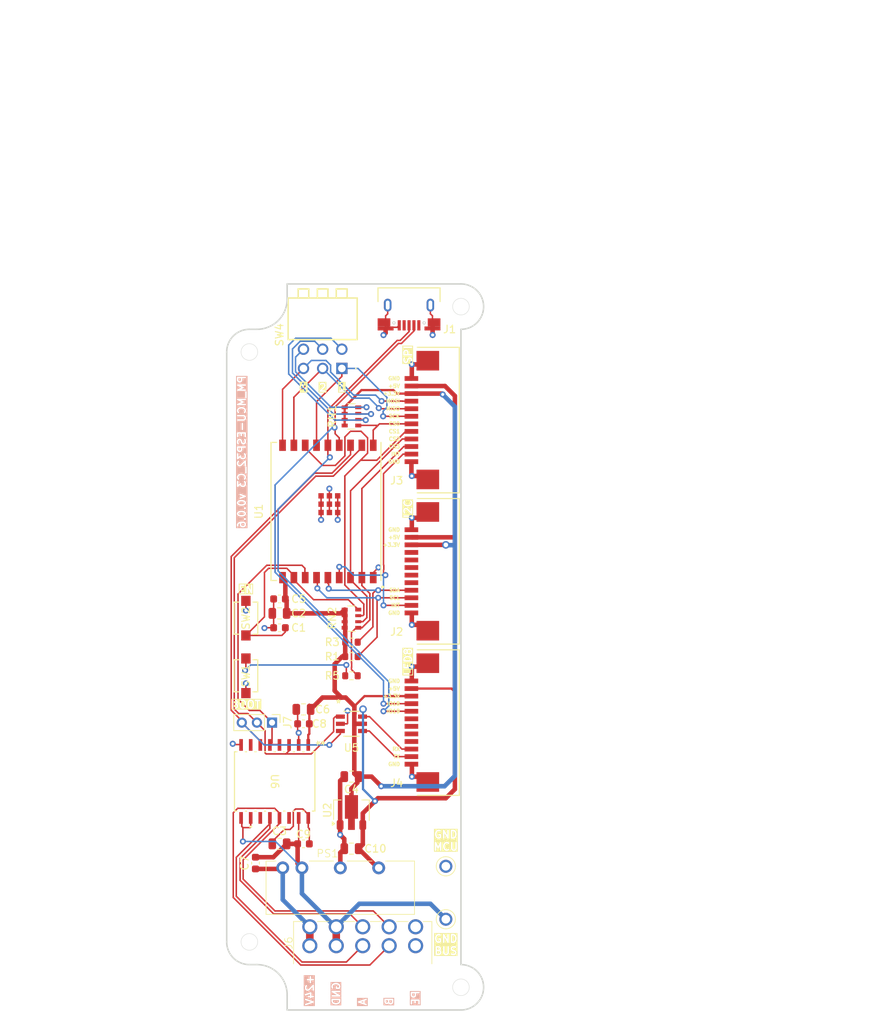
<source format=kicad_pcb>
(kicad_pcb (version 20241229) (generator "pcbnew") (generator_version "9.0")
  (title_block (title "${article} v${version}"))
  (layers (0 "F.Cu" signal) (2 "B.Cu" signal) (13 "F.Paste" user) (15 "B.Paste" user) (5 "F.SilkS" user "F.Silkscreen") (7 "B.SilkS" user "B.Silkscreen") (1 "F.Mask" user) (3 "B.Mask" user) (25 "Edge.Cuts" user))
  (property "article" "PM_MCU-ESP32_C3")
  (property "version" "0.0.6")
  (net 0 "")
  (net 1 "/EN")
  (net 3 "/SCL")
  (net 4 "/SDA")
  (net 5 "/USB_D+")
  (net 6 "/USB_D-")
  (net 7 "GND_MCU")
  (net 8 "+3.3V_MCU")
  (net 9 "/SCK")
  (net 10 "/CS0")
  (net 11 "/MOSI")
  (net 12 "/MISO")
  (net 13 "/CS1")
  (net 16 "/UART_RX")
  (net 17 "/UART_TX")
  (net 18 "/B")
  (net 19 "/A")
  (net 20 "/INT")
  (net 21 "/CS2")
  (net 22 "/CS3")
  (net 23 "GND_BUS")
  (net 25 "/UART_RTS")
  (net 30 "+3.3V_BUS")
  (net 31 "+24V_BUS")
  (net 32 "PE")
  (net 33 "Net-(RN1A-R1.2)")
  (net 34 "Net-(R5-Pad1)")
  (net 36 "+5V_MCU")
  (net 38 "Net-(J4-Pin_3)")
  (net 39 "Net-(J4-Pin_2)")
  (net 44 "Net-(RN1C-R3.2)")
  (net 45 "Net-(RN1B-R2.2)")
  (footprint "kicad_inventree_lib:CONN10_AFA07-S12_JUS" (layer "F.Cu") (at 74 70 90)
    (property "Reference" "J3")
    (property "Value" "AFA07-S12FCC-00")
  )
  (footprint "kicad_inventree_lib:CONN10_AFA07-S12_JUS" (layer "F.Cu") (at 74 90 90)
    (property "Reference" "J2")
    (property "Value" "AFA07-S12FCC-00")
  )
  (footprint "kicad_inventree_lib:SW_TS-1088_XNP-M" (layer "F.Cu") (at 48.54 96.19 -90)
    (property "Reference" "SW2")
    (property "Value" "Button")
  )
  (footprint "kicad_inventree_lib:ESP32-C3-WROOM-02U_EXP" (layer "F.Cu") (at 59.14 82.08 90)
    (property "Reference" "U1")
    (property "Value" "ESP32-C3-WROOM-02U-N4")
  )
  (footprint "Capacitor_SMD:C_0603_1608Metric" (layer "F.Cu") (at 56.16 110.16 180)
    (property "Reference" "C8")
    (property "Value" "100nF")
  )
  (footprint "Capacitor_SMD:C_0603_1608Metric" (layer "F.Cu") (at 52.985 97.46 180)
    (property "Reference" "C1")
    (property "Value" "1uF")
  )
  (footprint "kicad_inventree_lib:DA03BLP" (layer "F.Cu") (at 61.24 63.17 180)
    (property "Reference" "SW4")
    (property "Value" "DIP 3 pos" (hide yes))
  )
  (footprint "Package_TO_SOT_SMD:SOT-89-3" (layer "F.Cu") (at 62.51 121.59 90)
    (property "Reference" "U2")
    (property "Value" "CJA1117B-3.3")
  )
  (footprint "kicad_inventree_lib:CONN5_H83-S1S_XKB" (layer "F.Cu") (at 71.43 57.6518 180)
    (property "Reference" "J1")
    (property "Value" "U254-051T-4BH83-S1S")
    (fp_circle (center 3.299972 0.504008) (end 3.469972 0.504008) (stroke (width 0.1)) (fill no) (layer "Edge.Cuts"))
    (fp_circle (center -0.700028 0.504008) (end -0.530028 0.504008) (stroke (width 0.1)) (fill no) (layer "Edge.Cuts"))
  )
  (footprint "Capacitor_SMD:C_0603_1608Metric" (layer "F.Cu") (at 52.985 93.65 180)
    (property "Reference" "C5")
    (property "Value" "1uF")
  )
  (footprint "Resistor_SMD:R_Array_Convex_4x0603" (layer "F.Cu") (at 62.51 96.26)
    (property "Reference" "RN2")
    (property "Value" "10k")
  )
  (footprint "Capacitor_SMD:C_0805_2012Metric" (layer "F.Cu") (at 62.51 126.67 180)
    (property "Reference" "C10")
    (property "Value" "10uF")
  )
  (footprint "kicad_inventree_lib:SOIC16-WBW_CLG" (layer "F.Cu") (at 52.35 117.78 -90)
    (property "Reference" "U6")
    (property "Value" "CA-IS3098W")
  )
  (footprint "kicad_inventree_lib:CONN10_AFA07-S12_JUS" (layer "F.Cu") (at 74 110 90)
    (property "Reference" "J4")
    (property "Value" "AFA07-S12FCC-00")
  )
  (footprint "kicad_inventree_lib:MountingHole_M2" (layer "F.Cu") (at 49 139)
    (property "Reference" "H2" (hide yes))
    (property "Value" "MountingHole_M2")
    (fp_circle (center 0 0) (end 1.1 0) (stroke (width 0.05)) (fill no) (layer "Edge.Cuts"))
  )
  (footprint "kicad_inventree_lib:15EDGRHC-THR-3.5-10P" (layer "F.Cu") (at 64 137)
    (property "Reference" "J6")
    (property "Value" "15EDGRHC-THR-3.5-10P")
  )
  (footprint "Resistor_SMD:R_0603_1608Metric" (layer "F.Cu") (at 62.51 99.365)
    (property "Reference" "R3")
    (property "Value" "3k3")
  )
  (footprint "Capacitor_SMD:C_0805_2012Metric" (layer "F.Cu") (at 52.985 126.035)
    (property "Reference" "C3")
    (property "Value" "10uF")
  )
  (footprint "kicad_inventree_lib:DBV6-M" (layer "F.Cu") (at 62.51 110.16)
    (property "Reference" "U5")
    (property "Value" "SN74LVC2G14DBVR")
  )
  (footprint "Capacitor_SMD:C_0603_1608Metric" (layer "F.Cu") (at 56.16 126.035 180)
    (property "Reference" "C9")
    (property "Value" "100nF")
  )
  (footprint "Capacitor_SMD:C_0805_2012Metric" (layer "F.Cu") (at 56.16 108.255 180)
    (property "Reference" "C6")
    (property "Value" "10uF")
  )
  (footprint "kicad_inventree_lib:MountingHole_M2" (layer "F.Cu") (at 77 145)
    (property "Reference" "H4" (hide yes))
    (property "Value" "MountingHole_M2")
    (fp_circle (center 0 0) (end 1.1 0) (stroke (width 0.05)) (fill no) (layer "Edge.Cuts"))
  )
  (footprint "kicad_inventree_lib:5117" (layer "F.Cu") (at 75 136)
    (property "Reference" "U4" (hide yes))
    (property "Value" "5117" (hide yes))
  )
  (footprint "Resistor_SMD:R_0603_1608Metric" (layer "F.Cu") (at 62.51 101.27)
    (property "Reference" "R1")
    (property "Value" "3k3")
  )
  (footprint "Capacitor_SMD:C_0805_2012Metric" (layer "F.Cu") (at 62.51 117.145 180)
    (property "Reference" "C4")
    (property "Value" "22uF")
  )
  (footprint "Capacitor_SMD:C_0805_2012Metric" (layer "F.Cu") (at 52.985 95.555 180)
    (property "Reference" "C2")
    (property "Value" "10uF")
  )
  (footprint "kicad_inventree_lib:SW_TS-1088_XNP-M" (layer "F.Cu") (at 48.54 103.81 90)
    (property "Reference" "SW1")
    (property "Value" "Button")
  )
  (footprint "kicad_inventree_lib:B2405LS-1WR3" (layer "F.Cu") (at 61.0368 129.21)
    (property "Reference" "PS1")
    (property "Value" "24V/5V")
  )
  (footprint "Resistor_SMD:R_0603_1608Metric" (layer "F.Cu") (at 62.51 103.81)
    (property "Reference" "R5")
    (property "Value" "330R")
  )
  (footprint "kicad_inventree_lib:MountingHole_M2" (layer "F.Cu") (at 77 55)
    (property "Reference" "H3" (hide yes))
    (property "Value" "MountingHole_M2")
    (fp_circle (center 0 0) (end 1.1 0) (stroke (width 0.05)) (fill no) (layer "Edge.Cuts"))
  )
  (footprint "Resistor_SMD:R_Array_Convex_4x0603" (layer "F.Cu") (at 62.51 69.52)
    (property "Reference" "RN1")
    (property "Value" "10k")
  )
  (footprint "Connector_PinHeader_2.00mm:PinHeader_1x03_P2.00mm_Vertical" (layer "F.Cu") (at 52 110 -90)
    (property "Reference" "J7")
    (property "Value" "PinHeader_01x03_P2.00_THT_straight")
  )
  (footprint "kicad_inventree_lib:MountingHole_M2" (layer "F.Cu") (at 49 61)
    (property "Reference" "H1" (hide yes))
    (property "Value" "MountingHole_M2")
    (fp_circle (center 0 0) (end 1.1 0) (stroke (width 0.05)) (fill no) (layer "Edge.Cuts"))
  )
  (footprint "Capacitor_SMD:C_0603_1608Metric" (layer "F.Cu") (at 49.81 128.575 90)
    (property "Reference" "C7")
    (property "Value" "1uF")
  )
  (footprint "kicad_inventree_lib:5117" (layer "F.Cu") (at 75 129)
    (property "Reference" "U3" (hide yes))
    (property "Value" "5117" (hide yes))
  )
  (gr_arc (start 49 142) (mid 46.87868 141.12132) (end 46 139) (stroke (width 0.2)) (layer "Edge.Cuts"))
  (gr_arc (start 54 54) (mid 52.828427 56.828427) (end 50 58) (stroke (width 0.2)) (layer "Edge.Cuts"))
  (gr_line (start 54 148) (end 54 146) (stroke (width 0.2)) (layer "Edge.Cuts"))
  (gr_line (start 50 58) (end 49 58) (stroke (width 0.2)) (layer "Edge.Cuts"))
  (gr_line (start 50 142) (end 49 142) (stroke (width 0.2)) (layer "Edge.Cuts"))
  (gr_arc (start 46 61) (mid 46.87868 58.87868) (end 49 58) (stroke (width 0.2)) (layer "Edge.Cuts"))
  (gr_arc (start 50 142) (mid 52.828427 143.171573) (end 54 146) (stroke (width 0.2)) (layer "Edge.Cuts"))
  (gr_line (start 54 52) (end 54 54) (stroke (width 0.2)) (layer "Edge.Cuts"))
  (gr_line (start 77 142) (end 77 58) (stroke (width 0.2)) (layer "Edge.Cuts"))
  (gr_arc (start 77 142) (mid 80 145) (end 77 148) (stroke (width 0.2)) (layer "Edge.Cuts"))
  (gr_line (start 46 61) (end 46 139) (stroke (width 0.2)) (layer "Edge.Cuts"))
  (gr_line (start 77 52) (end 54 52) (stroke (width 0.2)) (layer "Edge.Cuts"))
  (gr_line (start 77 148) (end 54 148) (stroke (width 0.2)) (layer "Edge.Cuts"))
  (gr_arc (start 77 52) (mid 80 55) (end 77 58) (stroke (width 0.2)) (layer "Edge.Cuts"))
  (gr_text "CS3" (at 69 73.5 0) (layer "F.SilkS") (effects (font (size 0.5 0.5) (thickness 0.125) (bold yes)) (justify right)))
  (gr_text "SCK" (at 69 69.5 0) (layer "F.SilkS") (effects (font (size 0.5 0.5) (thickness 0.125) (bold yes)) (justify right)))
  (gr_text "INT" (at 69 94.5 0) (layer "F.SilkS") (effects (font (size 0.5 0.5) (thickness 0.125) (bold yes)) (justify right)))
  (gr_text "GND" (at 69 104.5 0) (layer "F.SilkS") (effects (font (size 0.5 0.5) (thickness 0.125) (bold yes)) (justify right)))
  (gr_text "IO19" (at 69 108.5 0) (layer "F.SilkS") (effects (font (size 0.5 0.5) (thickness 0.125) (bold yes)) (justify right)))
  (gr_text "+3.3V" (at 69 106.5 0) (layer "F.SilkS") (effects (font (size 0.5 0.5) (thickness 0.125) (bold yes)) (justify right)))
  (gr_text "LED8" (at 70 100 90) (layer "F.SilkS" knockout) (effects (font (size 1 1) (thickness 0.2) (bold yes)) (justify right)))
  (gr_text "EN" (at 48.54 92.38 0) (layer "F.SilkS" knockout) (effects (font (size 1 1) (thickness 0.2) (bold yes))))
  (gr_text "TX" (at 69 114.5 0) (layer "F.SilkS") (effects (font (size 0.5 0.5) (thickness 0.125) (bold yes)) (justify right)))
  (gr_text "I2C" (at 70 80.376699 90) (layer "F.SilkS" knockout) (effects (font (size 1 1) (thickness 0.2) (bold yes)) (justify right)))
  (gr_text "BOOT" (at 48.54 107.62 0) (layer "F.SilkS" knockout) (effects (font (size 1 1) (thickness 0.2) (bold yes))))
  (gr_text "GND" (at 69 64.5 0) (layer "F.SilkS") (effects (font (size 0.5 0.5) (thickness 0.125) (bold yes)) (justify right)))
  (gr_text "+3.3V" (at 69 86.5 0) (layer "F.SilkS") (effects (font (size 0.5 0.5) (thickness 0.125) (bold yes)) (justify right)))
  (gr_text "CS2" (at 69 72.5 0) (layer "F.SilkS") (effects (font (size 0.5 0.5) (thickness 0.125) (bold yes)) (justify right)))
  (gr_text "GND" (at 69 84.5 0) (layer "F.SilkS") (effects (font (size 0.5 0.5) (thickness 0.125) (bold yes)) (justify right)))
  (gr_text "GND\nMCU" (at 75 127 0) (layer "F.SilkS" knockout) (effects (font (size 1 1) (thickness 0.2)) (justify bottom)))
  (gr_text "4" (at 56.16 65.71 0) (layer "F.SilkS" knockout) (effects (font (size 1 1) (thickness 0.2) (bold yes))))
  (gr_text "GND" (at 69 95.5 0) (layer "F.SilkS") (effects (font (size 0.5 0.5) (thickness 0.125) (bold yes)) (justify right)))
  (gr_text "SDA" (at 69 92.5 0) (layer "F.SilkS") (effects (font (size 0.5 0.5) (thickness 0.125) (bold yes)) (justify right)))
  (gr_text "+5V" (at 69 85.5 0) (layer "F.SilkS") (effects (font (size 0.5 0.5) (thickness 0.125) (bold yes)) (justify right)))
  (gr_text "+3.3V" (at 69 66.5 0) (layer "F.SilkS") (effects (font (size 0.5 0.5) (thickness 0.125) (bold yes)) (justify right)))
  (gr_text "2" (at 58.7 65.71 0) (layer "F.SilkS" knockout) (effects (font (size 1 1) (thickness 0.2) (bold yes))))
  (gr_text "SPI" (at 70 60 90) (layer "F.SilkS" knockout) (effects (font (size 1 1) (thickness 0.2) (bold yes)) (justify right)))
  (gr_text "MISO" (at 69 68.5 0) (layer "F.SilkS") (effects (font (size 0.5 0.5) (thickness 0.125) (bold yes)) (justify right)))
  (gr_text "GND\nBUS" (at 75 138 0) (layer "F.SilkS" knockout) (effects (font (size 1 1) (thickness 0.2)) (justify top)))
  (gr_text "MOSI" (at 69 67.5 0) (layer "F.SilkS") (effects (font (size 0.5 0.5) (thickness 0.125) (bold yes)) (justify right)))
  (gr_text "IO18" (at 69 107.5 0) (layer "F.SilkS") (effects (font (size 0.5 0.5) (thickness 0.125) (bold yes)) (justify right)))
  (gr_text "SCL" (at 69 93.5 0) (layer "F.SilkS") (effects (font (size 0.5 0.5) (thickness 0.125) (bold yes)) (justify right)))
  (gr_text "INT" (at 69 74.5 0) (layer "F.SilkS") (effects (font (size 0.5 0.5) (thickness 0.125) (bold yes)) (justify right)))
  (gr_text "+5V" (at 69 105.5 0) (layer "F.SilkS") (effects (font (size 0.5 0.5) (thickness 0.125) (bold yes)) (justify right)))
  (gr_text "CS0" (at 69 70.5 0) (layer "F.SilkS") (effects (font (size 0.5 0.5) (thickness 0.125) (bold yes)) (justify right)))
  (gr_text "GND" (at 69 115.5 0) (layer "F.SilkS") (effects (font (size 0.5 0.5) (thickness 0.125) (bold yes)) (justify right)))
  (gr_text "CS1" (at 69 71.5 0) (layer "F.SilkS") (effects (font (size 0.5 0.5) (thickness 0.125) (bold yes)) (justify right)))
  (gr_text "+5V" (at 69 65.5 0) (layer "F.SilkS") (effects (font (size 0.5 0.5) (thickness 0.125) (bold yes)) (justify right)))
  (gr_text "GND" (at 69 75.5 0) (layer "F.SilkS") (effects (font (size 0.5 0.5) (thickness 0.125) (bold yes)) (justify right)))
  (gr_text "RX" (at 69 113.5 0) (layer "F.SilkS") (effects (font (size 0.5 0.5) (thickness 0.125) (bold yes)) (justify right)))
  (gr_text "1" (at 61.24 65.71 0) (layer "F.SilkS" knockout) (effects (font (size 1 1) (thickness 0.2) (bold yes))))
  (gr_text "B" (at 67.5 147.5 90) (layer "B.SilkS" knockout) (effects (font (size 1 1) (thickness 0.2) (bold yes)) (justify right mirror)))
  (gr_text "PE" (at 71 147.5 90) (layer "B.SilkS" knockout) (effects (font (size 1 1) (thickness 0.2) (bold yes)) (justify right mirror)))
  (gr_text "${article} v${version}" (at 48 64 90) (layer "B.SilkS" knockout) (effects (font (size 1 1) (thickness 0.2) (bold yes)) (justify left mirror)))
  (gr_text "GND" (at 60.5 147.5 90) (layer "B.SilkS" knockout) (effects (font (size 1 1) (thickness 0.2) (bold yes)) (justify right mirror)))
  (gr_text "+24V" (at 57 147.5 90) (layer "B.SilkS" knockout) (effects (font (size 1 1) (thickness 0.2) (bold yes)) (justify right mirror)))
  (gr_text "A" (at 64 147.5 90) (layer "B.SilkS" knockout) (effects (font (size 1 1) (thickness 0.2) (bold yes)) (justify right mirror)))
  (segment (start 53.76 98.0119) (end 53.2959 98.476) (width 0.2) (layer "F.Cu") (net 1))
  (segment (start 56.25 92.5) (end 56.25 92.494799) (width 0.2) (layer "F.Cu") (net 1))
  (segment (start 53.953802 89.6) (end 54.890001 90.536199) (width 0.2) (layer "F.Cu") (net 1))
  (segment (start 48.54 98.476) (end 51 96.016) (width 0.2) (layer "F.Cu") (net 1))
  (segment (start 63.41 95.06) (end 62.1 93.75) (width 0.2) (layer "F.Cu") (net 1))
  (segment (start 51.55 89.6) (end 53.953802 89.6) (width 0.2) (layer "F.Cu") (net 1))
  (segment (start 54.890001 90.536199) (end 54.890001 90.83) (width 0.2) (layer "F.Cu") (net 1))
  (segment (start 54.890001 91.1348) (end 54.890001 90.83) (width 0.2) (layer "F.Cu") (net 1))
  (segment (start 53.76 97.46) (end 53.76 98.0119) (width 0.2) (layer "F.Cu") (net 1))
  (segment (start 62.1 93.75) (end 57.5 93.75) (width 0.2) (layer "F.Cu") (net 1))
  (segment (start 51 96.016) (end 51 90.15) (width 0.2) (layer "F.Cu") (net 1))
  (segment (start 56.25 92.494799) (end 54.890001 91.1348) (width 0.2) (layer "F.Cu") (net 1))
  (segment (start 57.5 93.75) (end 56.25 92.5) (width 0.2) (layer "F.Cu") (net 1))
  (segment (start 51 90.15) (end 51.55 89.6) (width 0.2) (layer "F.Cu") (net 1))
  (segment (start 53.2959 98.476) (end 48.54 98.476) (width 0.2) (layer "F.Cu") (net 1))
  (segment (start 71.2632 93.5) (end 70.444 93.5) (width 0.2) (layer "F.Cu") (net 3))
  (segment (start 65.9 93.6) (end 65.9 98.705) (width 0.2) (layer "F.Cu") (net 3))
  (segment (start 68.240604 93.499996) (end 70.444 93.499996) (width 0.2) (layer "F.Cu") (net 3))
  (segment (start 68.2406 93.5) (end 68.240604 93.499996) (width 0.2) (layer "F.Cu") (net 3))
  (segment (start 66 93.5) (end 65.9 93.6) (width 0.2) (layer "F.Cu") (net 3))
  (segment (start 66.05 93.5) (end 68.2406 93.5) (width 0.2) (layer "F.Cu") (net 3))
  (segment (start 58 92.25) (end 58 90.94) (width 0.2) (layer "F.Cu") (net 3))
  (segment (start 66.05 93.5) (end 66 93.5) (width 0.2) (layer "F.Cu") (net 3))
  (segment (start 58 90.94) (end 57.89 90.83) (width 0.2) (layer "F.Cu") (net 3))
  (segment (start 65.9 98.705) (end 63.335 101.27) (width 0.2) (layer "F.Cu") (net 3))
  (via (at 58 92.25) (size 0.8) (drill 0.4) (layers "F.Cu" "B.Cu") (net 3))
  (via (at 66.05 93.5) (size 0.8) (drill 0.4) (layers "F.Cu" "B.Cu") (net 3))
  (segment (start 59.25 93.5) (end 58 92.25) (width 0.2) (layer "B.Cu") (net 3))
  (segment (start 66.05 93.5) (end 59.25 93.5) (width 0.2) (layer "B.Cu") (net 3))
  (segment (start 66.05 92.499998) (end 70.444 92.499998) (width 0.2) (layer "F.Cu") (net 4))
  (segment (start 65.349 92.901) (end 65.349 97.351) (width 0.2) (layer "F.Cu") (net 4))
  (segment (start 59.39 91.59) (end 59.39 90.83) (width 0.2) (layer "F.Cu") (net 4))
  (segment (start 59.5 91.7) (end 59.39 91.59) (width 0.2) (layer "F.Cu") (net 4))
  (segment (start 65.349 97.351) (end 63.335 99.365) (width 0.2) (layer "F.Cu") (net 4))
  (segment (start 65.750002 92.499998) (end 65.349 92.901) (width 0.2) (layer "F.Cu") (net 4))
  (segment (start 59.5 92.291) (end 59.5 91.7) (width 0.2) (layer "F.Cu") (net 4))
  (segment (start 66.05 92.499998) (end 65.750002 92.499998) (width 0.2) (layer "F.Cu") (net 4))
  (via (at 59.5 92.291) (size 0.8) (drill 0.4) (layers "F.Cu" "B.Cu") (net 4))
  (via (at 66.05 92.499998) (size 0.8) (drill 0.4) (layers "F.Cu" "B.Cu") (net 4))
  (segment (start 59.708998 92.499998) (end 59.5 92.291) (width 0.2) (layer "B.Cu") (net 4))
  (segment (start 66.05 92.499998) (end 59.708998 92.499998) (width 0.2) (layer "B.Cu") (net 4))
  (segment (start 68.96315 59.468) (end 68.567314 59.468) (width 0.2) (layer "F.Cu") (net 5))
  (segment (start 70.130028 57.472908) (end 70.130028 58.301122) (width 0.2) (layer "F.Cu") (net 5))
  (segment (start 68.567314 59.468) (end 59.39 68.645314) (width 0.2) (layer "F.Cu") (net 5))
  (segment (start 59.39 68.645314) (end 59.39 73.33) (width 0.2) (layer "F.Cu") (net 5))
  (segment (start 66.75 108.500005) (end 70.443995 108.500005) (width 0.2) (layer "F.Cu") (net 5))
  (segment (start 70.130028 58.301122) (end 68.96315 59.468) (width 0.2) (layer "F.Cu") (net 5))
  (segment (start 59.39 74.6646) (end 59.6517 74.9263) (width 0.2) (layer "F.Cu") (net 5))
  (segment (start 59.39 73.33) (end 59.39 74.6646) (width 0.2) (layer "F.Cu") (net 5))
  (segment (start 70.443995 108.500005) (end 70.444 108.5) (width 0.2) (layer "F.Cu") (net 5))
  (via (at 66.75 108.500005) (size 0.8) (drill 0.4) (layers "F.Cu" "B.Cu") (net 5))
  (via (at 59.6517 74.9263) (size 0.8) (drill 0.4) (layers "F.Cu" "B.Cu") (net 5))
  (segment (start 52.8031 89.953811) (end 52.8031 81.7749) (width 0.2) (layer "B.Cu") (net 5))
  (segment (start 67.45 104.600711) (end 52.8031 89.953811) (width 0.2) (layer "B.Cu") (net 5))
  (segment (start 52.8031 81.7749) (end 59.6517 74.9263) (width 0.2) (layer "B.Cu") (net 5))
  (segment (start 67.45 107.789952) (end 67.45 104.600711) (width 0.2) (layer "B.Cu") (net 5))
  (segment (start 66.75 108.500005) (end 66.75 108.489952) (width 0.2) (layer "B.Cu") (net 5))
  (segment (start 66.75 108.489952) (end 67.45 107.789952) (width 0.2) (layer "B.Cu") (net 5))
  (segment (start 60.351 71.806) (end 60.89 72.345) (width 0.2) (layer "F.Cu") (net 6))
  (segment (start 70.780014 58.216822) (end 69.128836 59.868) (width 0.2) (layer "F.Cu") (net 6))
  (segment (start 69.128836 59.868) (end 68.733 59.868) (width 0.2) (layer "F.Cu") (net 6))
  (segment (start 68.733 59.868) (end 60.351 68.25) (width 0.2) (layer "F.Cu") (net 6))
  (segment (start 66.75 107.500002) (end 70.444 107.500002) (width 0.2) (layer "F.Cu") (net 6))
  (segment (start 70.780014 57.472908) (end 70.780014 58.216822) (width 0.2) (layer "F.Cu") (net 6))
  (segment (start 60.351 68.25) (end 60.351 71.806) (width 0.2) (layer "F.Cu") (net 6))
  (segment (start 60.272725 71.059125) (end 60.351 71.1374) (width 0.2) (layer "F.Cu") (net 6))
  (segment (start 60.272725 70.995275) (end 60.272725 71.059125) (width 0.2) (layer "F.Cu") (net 6))
  (segment (start 60.89 72.345) (end 60.89 73.33) (width 0.2) (layer "F.Cu") (net 6))
  (via (at 60.272725 70.995275) (size 0.8) (drill 0.4) (layers "F.Cu" "B.Cu") (net 6))
  (via (at 66.75 107.500002) (size 0.8) (drill 0.4) (layers "F.Cu" "B.Cu") (net 6))
  (segment (start 59.987925 70.995275) (end 60.272725 70.995275) (width 0.2) (layer "B.Cu") (net 6))
  (segment (start 66.75 104.466397) (end 52.507098 90.223495) (width 0.2) (layer "B.Cu") (net 6))
  (segment (start 52.4031 78.5801) (end 59.987925 70.995275) (width 0.2) (layer "B.Cu") (net 6))
  (segment (start 66.75 107.500002) (end 66.75 104.466397) (width 0.2) (layer "B.Cu") (net 6))
  (segment (start 52.507098 90.223495) (end 52.4031 90.1195) (width 0.2) (layer "B.Cu") (net 6))
  (segment (start 52.4031 90.1195) (end 52.4031 78.5801) (width 0.2) (layer "B.Cu") (net 6))
  (segment (start 59.59 81.12) (end 59.59 80.02) (width 0.2) (layer "F.Cu") (net 7))
  (segment (start 61.01 124.83) (end 61.01 123.54) (width 0.6) (layer "F.Cu") (net 7))
  (segment (start 70.5003 95.556292) (end 70.444 95.499992) (width 0.6) (layer "F.Cu") (net 7))
  (segment (start 71.836698 97.0727) (end 72.614001 97.850003) (width 0.6) (layer "F.Cu") (net 7))
  (segment (start 70.444 75.499992) (end 70.444 77.3422) (width 0.6) (layer "F.Cu") (net 7))
  (segment (start 52.21 97.46) (end 51.04 97.46) (width 0.2) (layer "F.Cu") (net 7))
  (segment (start 46.9032 112.9032) (end 47.905 112.9032) (width 0.2) (layer "F.Cu") (net 7))
  (segment (start 55.385 109.525) (end 55.385 107.62) (width 0.2) (layer "F.Cu") (net 7))
  (segment (start 70.5119 117.152) (end 70.5119 115.567892) (width 0.6) (layer "F.Cu") (net 7))
  (segment (start 61.01 117.695) (end 61.01 123.54) (width 0.6) (layer "F.Cu") (net 7))
  (segment (start 61.56 128.6868) (end 61.0368 129.21) (width 0.2) (layer "F.Cu") (net 7))
  (segment (start 61.0368 127.1932) (end 61.56 126.67) (width 0.6) (layer "F.Cu") (net 7))
  (segment (start 72.159098 77.3951) (end 72.614001 77.850003) (width 0.6) (layer "F.Cu") (net 7))
  (segment (start 60.69 83.1897) (end 60.69 82.22) (width 0.2) (layer "F.Cu") (net 7))
  (segment (start 67.305 55.9495) (end 67.03 56.2245) (width 0.2) (layer "F.Cu") (net 7))
  (segment (start 58.49 83.1898) (end 58.49 82.22) (width 0.2) (layer "F.Cu") (net 7))
  (segment (start 48.54 95.1876) (end 48.54 93.904) (width 0.2) (layer "F.Cu") (net 7))
  (segment (start 51.04 97.46) (end 51 97.5) (width 0.2) (layer "F.Cu") (net 7))
  (segment (start 67.463364 57.733158) (end 66.815481 57.085275) (width 0.2) (layer "F.Cu") (net 7))
  (segment (start 73.25 58.75) (end 73.25 57.279846) (width 0.6) (layer "F.Cu") (net 7))
  (segment (start 52.21 95.555) (end 52.21 93.65) (width 0.2) (layer "F.Cu") (net 7))
  (segment (start 61.0432 110.16) (end 61.9355 110.16) (width 0.2) (layer "F.Cu") (net 7))
  (segment (start 58.49 82.22) (end 58.49 81.12) (width 0.2) (layer "F.Cu") (net 7))
  (segment (start 61.735 117.285) (end 61.735 117.145) (width 0.2) (layer "F.Cu") (net 7))
  (segment (start 46.8 112.8) (end 46.9032 112.9032) (width 0.2) (layer "F.Cu") (net 7))
  (segment (start 70.4969 62.6418) (end 70.4969 64.447108) (width 0.6) (layer "F.Cu") (net 7))
  (segment (start 60.69 81.12) (end 60.69 80.02) (width 0.2) (layer "F.Cu") (net 7))
  (segment (start 70.5119 115.567892) (end 70.444 115.499992) (width 0.6) (layer "F.Cu") (net 7))
  (segment (start 70.444 102.6579) (end 70.4969 102.605) (width 0.2) (layer "F.Cu") (net 7))
  (segment (start 70.444 77.3422) (end 70.4969 77.3951) (width 0.6) (layer "F.Cu") (net 7))
  (segment (start 72.122198 62.6418) (end 72.614001 62.149997) (width 0.6) (layer "F.Cu") (net 7))
  (segment (start 70.4969 102.605) (end 72.158998 102.605) (width 0.6) (layer "F.Cu") (net 7))
  (segment (start 70.4969 77.3951) (end 72.159098 77.3951) (width 0.6) (layer "F.Cu") (net 7))
  (segment (start 55.525 112.903) (end 55.525 112.9032) (width 0.2) (layer "F.Cu") (net 7))
  (segment (start 70.5003 82.9257) (end 71.838298 82.9257) (width 0.6) (layer "F.Cu") (net 7))
  (segment (start 70.444 62.6947) (end 70.4969 62.6418) (width 0.2) (layer "F.Cu") (net 7))
  (segment (start 70.4969 104.447108) (end 70.444 104.500008) (width 0.6) (layer "F.Cu") (net 7))
  (segment (start 61.56 117.145) (end 61.01 117.695) (width 0.6) (layer "F.Cu") (net 7))
  (segment (start 61.9355 110.16) (end 61.996 110.1) (width 0.2) (layer "F.Cu") (net 7))
  (segment (start 48.54 104.812) (end 48.54 106.096) (width 0.2) (layer "F.Cu") (net 7))
  (segment (start 70.5003 82.9257) (end 70.5003 84.443708) (width 0.6) (layer "F.Cu") (net 7))
  (segment (start 66.75 58.7579) (end 67.030031 58.477869) (width 0.6) (layer "F.Cu") (net 7))
  (segment (start 61.0368 129.21) (end 61.0368 127.1932) (width 0.6) (layer "F.Cu") (net 7))
  (segment (start 71.838298 82.9257) (end 72.614001 82.149997) (width 0.6) (layer "F.Cu") (net 7))
  (segment (start 59.59 80.02) (end 59.59 79.0624) (width 0.2) (layer "F.Cu") (net 7))
  (segment (start 67.03 56.2245) (end 67.03 57.3478) (width 0.2) (layer "F.Cu") (net 7))
  (segment (start 68.569806 57.733158) (end 67.463364 57.733158) (width 0.2) (layer "F.Cu") (net 7))
  (segment (start 70.5003 97.0727) (end 71.836698 97.0727) (width 0.6) (layer "F.Cu") (net 7))
  (segment (start 55.525 111.355) (end 55.525 112.903) (width 0.2) (layer "F.Cu") (net 7))
  (segment (start 70.5003 84.443708) (end 70.444 84.500008) (width 0.6) (layer "F.Cu") (net 7))
  (segment (start 61.56 126.67) (end 61.56 125.38) (width 0.6) (layer "F.Cu") (net 7))
  (segment (start 70.5119 117.152) (end 71.915998 117.152) (width 0.6) (layer "F.Cu") (net 7))
  (segment (start 59.59 82.22) (end 59.59 81.12) (width 0.2) (layer "F.Cu") (net 7))
  (segment (start 68.830056 57.472908) (end 68.569806 57.733158) (width 0.2) (layer "F.Cu") (net 7))
  (segment (start 73.23 56.2245) (end 73.23 57.3478) (width 0.2) (layer "F.Cu") (net 7))
  (segment (start 72.955 54.7978) (end 72.955 55.9495) (width 0.2) (layer "F.Cu") (net 7))
  (segment (start 72.158998 102.605) (end 72.614001 102.149997) (width 0.6) (layer "F.Cu") (net 7))
  (segment (start 72.955 55.9495) (end 73.23 56.2245) (width 0.2) (layer "F.Cu") (net 7))
  (segment (start 73.25 57.279846) (end 73.444579 57.085267) (width 0.6) (layer "F.Cu") (net 7))
  (segment (start 65.39 90.83) (end 65.39 90.1818) (width 0.2) (layer "F.Cu") (net 7))
  (segment (start 52.21 97.46) (end 52.21 95.555) (width 0.2) (layer "F.Cu") (net 7))
  (segment (start 67.030031 58.477869) (end 67.030031 57.885379) (width 0.6) (layer "F.Cu") (net 7))
  (segment (start 55.385 111.215) (end 55.385 109.525) (width 0.2) (layer "F.Cu") (net 7))
  (segment (start 58.49 81.12) (end 58.49 80.02) (width 0.2) (layer "F.Cu") (net 7))
  (segment (start 60.69 82.22) (end 60.69 81.12) (width 0.2) (layer "F.Cu") (net 7))
  (segment (start 70.444 82.982) (end 70.5003 82.9257) (width 0.2) (layer "F.Cu") (net 7))
  (segment (start 70.4969 102.605) (end 70.4969 104.447108) (width 0.6) (layer "F.Cu") (net 7))
  (segment (start 71.915998 117.152) (end 72.614001 117.850003) (width 0.6) (layer "F.Cu") (net 7))
  (segment (start 70.4969 62.6418) (end 72.122198 62.6418) (width 0.6) (layer "F.Cu") (net 7))
  (segment (start 72.068903 77.3951) (end 72.614001 76.850002) (width 0.2) (layer "F.Cu") (net 7))
  (segment (start 61.56 125.38) (end 61.01 124.83) (width 0.6) (layer "F.Cu") (net 7))
  (segment (start 70.5003 97.0727) (end 70.591 97.0727) (width 0.2) (layer "F.Cu") (net 7))
  (segment (start 61.996 110.1) (end 61.996 108.434) (width 0.2) (layer "F.Cu") (net 7))
  (segment (start 65.39 90.1818) (end 66.0883 89.4835) (width 0.2) (layer "F.Cu") (net 7))
  (segment (start 55.525 111.355) (end 55.385 111.215) (width 0.2) (layer "F.Cu") (net 7))
  (segment (start 70.5003 97.0727) (end 70.5003 95.556292) (width 0.6) (layer "F.Cu") (net 7))
  (segment (start 67.305 54.7978) (end 67.305 55.9495) (width 0.2) (layer "F.Cu") (net 7))
  (segment (start 70.4969 64.447108) (end 70.444 64.500008) (width 0.6) (layer "F.Cu") (net 7))
  (via (at 70.4969 62.6418) (size 0.8) (drill 0.4) (layers "F.Cu" "B.Cu") (net 7))
  (via (at 51 97.5) (size 0.8) (drill 0.4) (layers "F.Cu" "B.Cu") (net 7))
  (via (at 59.59 79.0624) (size 0.8) (drill 0.4) (layers "F.Cu" "B.Cu") (net 7))
  (via (at 70.4969 102.605) (size 0.8) (drill 0.4) (layers "F.Cu" "B.Cu") (net 7))
  (via (at 46.8 112.8) (size 0.8) (drill 0.4) (layers "F.Cu" "B.Cu") (net 7))
  (via (at 48.54 104.812) (size 0.8) (drill 0.4) (layers "F.Cu" "B.Cu") (net 7))
  (via (at 70.4969 77.3951) (size 0.8) (drill 0.4) (layers "F.Cu" "B.Cu") (net 7))
  (via (at 70.5003 82.9257) (size 0.8) (drill 0.4) (layers "F.Cu" "B.Cu") (net 7))
  (via (at 60.69 83.1897) (size 0.8) (drill 0.4) (layers "F.Cu" "B.Cu") (net 7))
  (via (at 61.01 124.83) (size 0.8) (drill 0.4) (layers "F.Cu" "B.Cu") (net 7))
  (via (at 48.54 95.1876) (size 0.8) (drill 0.4) (layers "F.Cu" "B.Cu") (net 7))
  (via (at 66.0883 89.4835) (size 0.8) (drill 0.4) (layers "F.Cu" "B.Cu") (net 7))
  (via (at 55.525 111.355) (size 0.8) (drill 0.4) (layers "F.Cu" "B.Cu") (net 7))
  (via (at 66.75 58.7579) (size 0.8) (drill 0.4) (layers "F.Cu" "B.Cu") (net 7))
  (via (at 58.49 83.1898) (size 0.8) (drill 0.4) (layers "F.Cu" "B.Cu") (net 7))
  (via (at 70.5003 97.0727) (size 0.8) (drill 0.4) (layers "F.Cu" "B.Cu") (net 7))
  (via (at 73.25 58.75) (size 0.8) (drill 0.4) (layers "F.Cu" "B.Cu") (net 7))
  (via (at 61.996 108.434) (size 0.8) (drill 0.4) (layers "F.Cu" "B.Cu") (net 7))
  (via (at 70.5119 117.152) (size 0.8) (drill 0.4) (layers "F.Cu" "B.Cu") (net 7))
  (segment (start 53.935 93.825) (end 53.76 93.65) (width 0.6) (layer "F.Cu") (net 8))
  (segment (start 61.685 101.27) (end 61.685 99.365) (width 0.6) (layer "F.Cu") (net 8))
  (segment (start 63.8352 66.0358) (end 61.61 68.261) (width 0.3) (layer "F.Cu") (net 8))
  (segment (start 56.795 111.624) (end 56.935 111.484) (width 0.3) (layer "F.Cu") (net 8))
  (segment (start 60.293 102.262) (end 61.285 101.27) (width 0.6) (layer "F.Cu") (net 8))
  (segment (start 53.935 95.555) (end 53.935 93.825) (width 0.6) (layer "F.Cu") (net 8))
  (segment (start 62.8863 109.989399) (end 62.8863 108.816493) (width 0.6) (layer "F.Cu") (net 8))
  (segment (start 60.293 105.648) (end 60.293 102.262) (width 0.6) (layer "F.Cu") (net 8))
  (segment (start 56.935 109.525) (end 56.935 107.62) (width 0.3) (layer "F.Cu") (net 8))
  (segment (start 70.444 66.500004) (end 74.476004 66.500004) (width 0.6) (layer "F.Cu") (net 8))
  (segment (start 63.056901 110.16) (end 62.8863 110.330601) (width 0.6) (layer "F.Cu") (net 8))
  (segment (start 74.999993 86.5) (end 75 86.500007) (width 0.6) (layer "F.Cu") (net 8))
  (segment (start 74.476004 66.500004) (end 74.575 66.599) (width 0.6) (layer "F.Cu") (net 8))
  (segment (start 63.46 117.145) (end 65.177 117.145) (width 0.6) (layer "F.Cu") (net 8))
  (segment (start 61.61 68.261) (end 61.61 68.32) (width 0.3) (layer "F.Cu") (net 8))
  (segment (start 70.444 66.5) (end 68.5203 66.5) (width 0.3) (layer "F.Cu") (net 8))
  (segment (start 62.8863 108.816493) (end 62.896 108.806793) (width 0.6) (layer "F.Cu") (net 8))
  (segment (start 62.8863 116.7463) (end 63.285 117.145) (width 0.6) (layer "F.Cu") (net 8))
  (segment (start 68.5203 66.5) (end 68.0561 66.0358) (width 0.3) (layer "F.Cu") (net 8))
  (segment (start 62.896 107.845238) (end 61.740762 106.69) (width 0.6) (layer "F.Cu") (net 8))
  (segment (start 63.285 117.145) (end 63.0347 116.895) (width 0.3) (layer "F.Cu") (net 8))
  (segment (start 60.293 105.793492) (end 60.293 105.648) (width 0.6) (layer "F.Cu") (net 8))
  (segment (start 57.11 108.255) (end 58.675 106.69) (width 0.6) (layer "F.Cu") (net 8))
  (segment (start 61.61 99.29) (end 61.685 99.365) (width 0.3) (layer "F.Cu") (net 8))
  (segment (start 61.115 95.555) (end 61.61 95.06) (width 0.6) (layer "F.Cu") (net 8))
  (segment (start 53.76 91.199998) (end 53.390002 90.83) (width 0.6) (layer "F.Cu") (net 8))
  (segment (start 58.675 106.69) (end 61.189508 106.69) (width 0.6) (layer "F.Cu") (net 8))
  (segment (start 65.177 117.145) (end 66.447 118.415) (width 0.6) (layer "F.Cu") (net 8))
  (segment (start 63.97685 110.16) (end 63.056901 110.16) (width 0.6) (layer "F.Cu") (net 8))
  (segment (start 61.61 68.32) (end 61.61 70.72) (width 0.3) (layer "F.Cu") (net 8))
  (segment (start 62.8863 110.330601) (end 62.8863 110.4) (width 0.6) (layer "F.Cu") (net 8))
  (segment (start 62.51 123.4525) (end 62.51 118.725793) (width 0.6) (layer "F.Cu") (net 8))
  (segment (start 68.0561 66.0358) (end 63.8352 66.0358) (width 0.3) (layer "F.Cu") (net 8))
  (segment (start 56.795 112.903) (end 56.795 111.624) (width 0.3) (layer "F.Cu") (net 8))
  (segment (start 61.685 99.365) (end 61.685 95.135) (width 0.6) (layer "F.Cu") (net 8))
  (segment (start 64.241234 106.500004) (end 62.896 107.845238) (width 0.3) (layer "F.Cu") (net 8))
  (segment (start 70.444004 86.5) (end 74.999993 86.5) (width 0.6) (layer "F.Cu") (net 8))
  (segment (start 70.444 106.500004) (end 64.241234 106.500004) (width 0.3) (layer "F.Cu") (net 8))
  (segment (start 70.444 86.500004) (end 70.444004 86.5) (width 0.6) (layer "F.Cu") (net 8))
  (segment (start 62.51 118.725793) (end 63.285 117.950793) (width 0.6) (layer "F.Cu") (net 8))
  (segment (start 56.795 112.903) (end 56.795 112.9032) (width 0.3) (layer "F.Cu") (net 8))
  (segment (start 56.935 111.484) (end 56.935 109.525) (width 0.3) (layer "F.Cu") (net 8))
  (segment (start 62.896 108.806793) (end 62.896 107.845238) (width 0.6) (layer "F.Cu") (net 8))
  (segment (start 61.740762 106.69) (end 61.189508 106.69) (width 0.6) (layer "F.Cu") (net 8))
  (segment (start 62.8863 109.989399) (end 62.8863 110.4) (width 0.6) (layer "F.Cu") (net 8))
  (segment (start 62.8863 110.4) (end 62.8863 116.7463) (width 0.6) (layer "F.Cu") (net 8))
  (segment (start 61.285 101.27) (end 61.685 101.27) (width 0.6) (layer "F.Cu") (net 8))
  (segment (start 53.935 95.555) (end 61.115 95.555) (width 0.6) (layer "F.Cu") (net 8))
  (segment (start 63.285 117.950793) (end 63.285 117.145) (width 0.6) (layer "F.Cu") (net 8))
  (segment (start 62.51 123.452) (end 62.51 123.4525) (width 0.3) (layer "F.Cu") (net 8))
  (segment (start 61.189508 106.69) (end 60.293 105.793492) (width 0.6) (layer "F.Cu") (net 8))
  (segment (start 53.76 93.65) (end 53.76 91.199998) (width 0.6) (layer "F.Cu") (net 8))
  (segment (start 61.685 95.135) (end 61.61 95.06) (width 0.6) (layer "F.Cu") (net 8))
  (via (at 74.588 66.612) (size 0.8) (drill 0.4) (layers "F.Cu" "B.Cu") (net 8))
  (via (at 75 86.500007) (size 1) (drill 0.6) (layers "F.Cu" "B.Cu") (net 8))
  (via (at 66.447 118.415) (size 0.8) (drill 0.4) (layers "F.Cu" "B.Cu") (net 8))
  (segment (start 76.2 86.738) (end 76.2 68.224) (width 0.6) (layer "B.Cu") (net 8))
  (segment (start 75.037993 86.538) (end 75.238 86.538) (width 0.3) (layer "B.Cu") (net 8))
  (segment (start 76 86.538) (end 76.2 86.738) (width 0.6) (layer "B.Cu") (net 8))
  (segment (start 76.2 117.044) (end 76.2 86.738) (width 0.6) (layer "B.Cu") (net 8))
  (segment (start 66.447 118.415) (end 74.829 118.415) (width 0.6) (layer "B.Cu") (net 8))
  (segment (start 76.2 68.224) (end 74.588 66.612) (width 0.6) (layer "B.Cu") (net 8))
  (segment (start 75.037993 86.538) (end 76 86.538) (width 0.6) (layer "B.Cu") (net 8))
  (segment (start 74.588 66.612) (end 74.575 66.599) (width 0.6) (layer "B.Cu") (net 8))
  (segment (start 74.829 118.415) (end 76.2 117.044) (width 0.6) (layer "B.Cu") (net 8))
  (segment (start 75 86.500007) (end 75.037993 86.538) (width 0.6) (layer "B.Cu") (net 8))
  (segment (start 57.89 67.5717) (end 57.89 73.33) (width 0.2) (layer "F.Cu") (net 9))
  (segment (start 61.24 63.17) (end 61.24 64.2217) (width 0.2) (layer "F.Cu") (net 9))
  (segment (start 61.24 64.2217) (end 57.89 67.5717) (width 0.2) (layer "F.Cu") (net 9))
  (segment (start 66.7 69.5) (end 70.444 69.5) (width 0.2) (layer "F.Cu") (net 9))
  (via (at 66.7 69.5) (size 0.8) (drill 0.4) (layers "F.Cu" "B.Cu") (net 9))
  (segment (start 67.2 68.316) (end 67.2 67) (width 0.2) (layer "B.Cu") (net 9))
  (segment (start 67.2 67) (end 63.37 63.17) (width 0.2) (layer "B.Cu") (net 9))
  (segment (start 63.37 63.17) (end 61.24 63.17) (width 0.2) (layer "B.Cu") (net 9))
  (segment (start 66.7 68.816) (end 67.2 68.316) (width 0.2) (layer "B.Cu") (net 9))
  (segment (start 66.7 69.5) (end 66.7 68.816) (width 0.2) (layer "B.Cu") (net 9))
  (segment (start 65.39 73.33) (end 65.39 71.3308) (width 0.2) (layer "F.Cu") (net 10))
  (segment (start 65.389998 73.33) (end 65.389998 73.6348) (width 0.2) (layer "F.Cu") (net 10))
  (segment (start 66.0208 70.7) (end 65.39 71.3308) (width 0.2) (layer "F.Cu") (net 10))
  (segment (start 63.43 70.7) (end 66.0208 70.7) (width 0.2) (layer "F.Cu") (net 10))
  (segment (start 63.41 70.72) (end 63.43 70.7) (width 0.2) (layer "F.Cu") (net 10))
  (segment (start 65.39 71.3308) (end 65.8208 70.9) (width 0.2) (layer "F.Cu") (net 10))
  (segment (start 70.444 70.5) (end 66.2208 70.5) (width 0.2) (layer "F.Cu") (net 10))
  (segment (start 66.2208 70.5) (end 65.8208 70.9) (width 0.2) (layer "F.Cu") (net 10))
  (segment (start 69.2406 67.5) (end 70.444 67.5) (width 0.2) (layer "F.Cu") (net 11))
  (segment (start 69.2286 67.488) (end 69.2406 67.5) (width 0.2) (layer "F.Cu") (net 11))
  (segment (start 66.5 67.488) (end 69.2286 67.488) (width 0.2) (layer "F.Cu") (net 11))
  (segment (start 56.16 63.17) (end 53.39 65.94) (width 0.2) (layer "F.Cu") (net 11))
  (segment (start 53.39 65.94) (end 53.39 73.33) (width 0.2) (layer "F.Cu") (net 11))
  (via (at 66.5 67.488) (size 0.8) (drill 0.4) (layers "F.Cu" "B.Cu") (net 11))
  (segment (start 59.751 62.734661) (end 59.751 63.6539) (width 0.2) (layer "B.Cu") (net 11))
  (segment (start 56.27 63.17) (end 56.16 63.17) (width 0.2) (layer "B.Cu") (net 11))
  (segment (start 65.712 66.7) (end 66.5 67.488) (width 0.2) (layer "B.Cu") (net 11))
  (segment (start 62.7971 66.7) (end 65.712 66.7) (width 0.2) (layer "B.Cu") (net 11))
  (segment (start 56.16 63.17) (end 57.211 62.119) (width 0.2) (layer "B.Cu") (net 11))
  (segment (start 59.751 63.6539) (end 62.7971 66.7) (width 0.2) (layer "B.Cu") (net 11))
  (segment (start 57.211 62.119) (end 59.135339 62.119) (width 0.2) (layer "B.Cu") (net 11))
  (segment (start 59.135339 62.119) (end 59.751 62.734661) (width 0.2) (layer "B.Cu") (net 11))
  (segment (start 66.125955 68.41541) (end 66.19011 68.41541) (width 0.2) (layer "F.Cu") (net 12))
  (segment (start 66.19011 68.41541) (end 66.2747 68.5) (width 0.2) (layer "F.Cu") (net 12))
  (segment (start 54.89 66.98) (end 54.89 73.33) (width 0.2) (layer "F.Cu") (net 12))
  (segment (start 66.2747 68.5) (end 70.444 68.5) (width 0.2) (layer "F.Cu") (net 12))
  (segment (start 58.7 63.17) (end 54.89 66.98) (width 0.2) (layer "F.Cu") (net 12))
  (via (at 66.125955 68.41541) (size 0.8) (drill 0.4) (layers "F.Cu" "B.Cu") (net 12))
  (segment (start 66.125955 68.351255) (end 64.8747 67.1) (width 0.2) (layer "B.Cu") (net 12))
  (segment (start 62.63 67.1) (end 58.7 63.17) (width 0.2) (layer "B.Cu") (net 12))
  (segment (start 66.125955 68.41541) (end 66.125955 68.351255) (width 0.2) (layer "B.Cu") (net 12))
  (segment (start 64.8747 67.1) (end 62.63 67.1) (width 0.2) (layer "B.Cu") (net 12))
  (segment (start 56.39 73.33) (end 56.39 73.687) (width 0.2) (layer "F.Cu") (net 13))
  (segment (start 64.01 95.86) (end 63.41 95.86) (width 0.2) (layer "F.Cu") (net 13))
  (segment (start 62.3862 71.4806) (end 63.7806 71.4806) (width 0.2) (layer "F.Cu") (net 13))
  (segment (start 60.369299 76) (end 61.644499 74.7248) (width 0.2) (layer "F.Cu") (net 13))
  (segment (start 58.703 76) (end 60.369299 76) (width 0.2) (layer "F.Cu") (net 13))
  (segment (start 61.6355 91.8158) (end 64.146 94.3263) (width 0.2) (layer "F.Cu") (net 13))
  (segment (start 64.146 94.3263) (end 64.146 95.724) (width 0.2) (layer "F.Cu") (net 13))
  (segment (start 65.861101 75.312399) (end 69.6735 71.5) (width 0.2) (layer "F.Cu") (net 13))
  (segment (start 63.712399 75.312399) (end 61.6355 77.389298) (width 0.2) (layer "F.Cu") (net 13))
  (segment (start 63.7806 71.4806) (end 64.644498 72.344498) (width 0.2) (layer "F.Cu") (net 13))
  (segment (start 63.712399 75.312399) (end 65.861101 75.312399) (width 0.2) (layer "F.Cu") (net 13))
  (segment (start 61.644499 72.222301) (end 62.3862 71.4806) (width 0.2) (layer "F.Cu") (net 13))
  (segment (start 64.644498 74.3803) (end 63.712399 75.312399) (width 0.2) (layer "F.Cu") (net 13))
  (segment (start 64.146 95.724) (end 64.01 95.86) (width 0.2) (layer "F.Cu") (net 13))
  (segment (start 69.6735 71.5) (end 70.444 71.5) (width 0.2) (layer "F.Cu") (net 13))
  (segment (start 56.39 73.687) (end 58.703 76) (width 0.2) (layer "F.Cu") (net 13))
  (segment (start 64.644498 72.344498) (end 64.644498 74.3803) (width 0.2) (layer "F.Cu") (net 13))
  (segment (start 61.644499 74.7248) (end 61.644499 72.222301) (width 0.2) (layer "F.Cu") (net 13))
  (segment (start 61.6355 77.389298) (end 61.6355 91.8158) (width 0.2) (layer "F.Cu") (net 13))
  (segment (start 51.2177 114.141) (end 53.83 114.141) (width 0.2) (layer "F.Cu") (net 16))
  (segment (start 51.08 114.0033) (end 51.2177 114.141) (width 0.2) (layer "F.Cu") (net 16))
  (segment (start 57.1975 114.141) (end 53.8308 114.141) (width 0.2) (layer "F.Cu") (net 16))
  (segment (start 61.0432 109.21) (end 60.39 109.21) (width 0.2) (layer "F.Cu") (net 16))
  (segment (start 51.08 111.08) (end 51.08 114.0033) (width 0.2) (layer "F.Cu") (net 16))
  (segment (start 63.889999 73.33) (end 63.889999 73.6348) (width 0.2) (layer "F.Cu") (net 16))
  (segment (start 47 108.206714) (end 47.593286 108.8) (width 0.2) (layer "F.Cu") (net 16))
  (segment (start 50 110) (end 51.08 111.08) (width 0.2) (layer "F.Cu") (net 16))
  (segment (start 60.39 109.21) (end 60.15 109.45) (width 0.2) (layer "F.Cu") (net 16))
  (segment (start 53.8308 114.141) (end 53.8304 114.141) (width 0.2) (layer "F.Cu") (net 16))
  (segment (start 53.83 114.141) (end 54.255 113.716) (width 0.2) (layer "F.Cu") (net 16))
  (segment (start 63.889999 73.6348) (end 60.111799 77.413) (width 0.2) (layer "F.Cu") (net 16))
  (segment (start 47 88.205) (end 47 108.206714) (width 0.2) (layer "F.Cu") (net 16))
  (segment (start 47.593286 108.8) (end 48.8 108.8) (width 0.2) (layer "F.Cu") (net 16))
  (segment (start 54.255 113.716) (end 54.255 112.9032) (width 0.2) (layer "F.Cu") (net 16))
  (segment (start 60.15 109.45) (end 60.15 111.1885) (width 0.2) (layer "F.Cu") (net 16))
  (segment (start 60.15 111.1885) (end 57.1975 114.141) (width 0.2) (layer "F.Cu") (net 16))
  (segment (start 53.8304 114.1406) (end 53.8308 114.141) (width 0.2) (layer "F.Cu") (net 16))
  (segment (start 57.792 77.413) (end 47 88.205) (width 0.2) (layer "F.Cu") (net 16))
  (segment (start 48.8 108.8) (end 50 110) (width 0.2) (layer "F.Cu") (net 16))
  (segment (start 60.111799 77.413) (end 57.792 77.413) (width 0.2) (layer "F.Cu") (net 16))
  (segment (start 46.599 108.040614) (end 46.599 108.372814) (width 0.2) (layer "F.Cu") (net 17))
  (segment (start 57.391 77.2469) (end 46.8339 87.804) (width 0.2) (layer "F.Cu") (net 17))
  (segment (start 46.8339 108.607714) (end 47.663286 109.4371) (width 0.2) (layer "F.Cu") (net 17))
  (segment (start 46.8339 87.804) (end 46.599 88.0389) (width 0.2) (layer "F.Cu") (net 17))
  (segment (start 59.589 112.954) (end 61.0432 111.4998) (width 0.2) (layer "F.Cu") (net 17))
  (segment (start 57.6259 77.012) (end 57.391 77.2469) (width 0.2) (layer "F.Cu") (net 17))
  (segment (start 47.899601 109.672) (end 48.387601 110.16) (width 0.2) (layer "F.Cu") (net 17))
  (segment (start 47.663286 109.4371) (end 47.898186 109.672) (width 0.2) (layer "F.Cu") (net 17))
  (segment (start 57.9581 77.012) (end 57.6259 77.012) (width 0.2) (layer "F.Cu") (net 17))
  (segment (start 62.389999 73.33) (end 62.389999 74.5677) (width 0.2) (layer "F.Cu") (net 17))
  (segment (start 50.445 112.445) (end 50.445 112.954) (width 0.2) (layer "F.Cu") (net 17))
  (segment (start 48 110) (end 50.445 112.445) (width 0.2) (layer "F.Cu") (net 17))
  (segment (start 46.599 88.3711) (end 46.599 108.040614) (width 0.2) (layer "F.Cu") (net 17))
  (segment (start 59.945699 77.012) (end 57.9581 77.012) (width 0.2) (layer "F.Cu") (net 17))
  (segment (start 46.599 88.0389) (end 46.599 88.3711) (width 0.2) (layer "F.Cu") (net 17))
  (segment (start 61.0432 111.4998) (end 61.0432 111.11) (width 0.2) (layer "F.Cu") (net 17))
  (segment (start 46.599 108.372814) (end 46.8339 108.607714) (width 0.2) (layer "F.Cu") (net 17))
  (segment (start 62.389999 74.5677) (end 59.945699 77.012) (width 0.2) (layer "F.Cu") (net 17))
  (segment (start 47.898186 109.672) (end 47.899601 109.672) (width 0.2) (layer "F.Cu") (net 17))
  (via (at 59.589 112.954) (size 0.8) (drill 0.4) (layers "F.Cu" "B.Cu") (net 17))
  (segment (start 59.589 112.954) (end 50.954 112.954) (width 0.2) (layer "B.Cu") (net 17))
  (segment (start 50.954 112.954) (end 48 110) (width 0.2) (layer "B.Cu") (net 17))
  (segment (start 46.87 133.128) (end 46.87 121.9234) (width 0.2) (layer "F.Cu") (net 18))
  (segment (start 55.798 142.056) (end 46.87 133.128) (width 0.2) (layer "F.Cu") (net 18))
  (segment (start 67.5 139.5) (end 64.944 142.056) (width 0.2) (layer "F.Cu") (net 18))
  (segment (start 46.87 121.9234) (end 47.4574 121.336) (width 0.2) (layer "F.Cu") (net 18))
  (segment (start 47.4574 121.336) (end 52.35 121.336) (width 0.2) (layer "F.Cu") (net 18))
  (segment (start 48.178 130.695314) (end 52.388686 134.906) (width 0.2) (layer "F.Cu") (net 18))
  (segment (start 52.35 121.336) (end 52.985 121.971) (width 0.2) (layer "F.Cu") (net 18))
  (segment (start 52.985 123.3426) (end 48.178 128.1496) (width 0.2) (layer "F.Cu") (net 18))
  (segment (start 52.985 121.971) (end 52.985 122.6568) (width 0.2) (layer "F.Cu") (net 18))
  (segment (start 52.985 122.6568) (end 52.985 123.3426) (width 0.2) (layer "F.Cu") (net 18))
  (segment (start 64.944 142.056) (end 55.798 142.056) (width 0.2) (layer "F.Cu") (net 18))
  (segment (start 52.388686 134.906) (end 65.406 134.906) (width 0.2) (layer "F.Cu") (net 18))
  (segment (start 48.178 128.1496) (end 48.178 130.695314) (width 0.2) (layer "F.Cu") (net 18))
  (segment (start 65.406 134.906) (end 67.5 137) (width 0.2) (layer "F.Cu") (net 18))
  (segment (start 51.715 123.368) (end 51.715 123.0125) (width 0.2) (layer "F.Cu") (net 19))
  (segment (start 51.715 122.657) (end 51.715 122.6568) (width 0.2) (layer "F.Cu") (net 19))
  (segment (start 47.27 132.962314) (end 47.27 127.813) (width 0.2) (layer "F.Cu") (net 19))
  (segment (start 62.306 135.306) (end 64 137) (width 0.2) (layer "F.Cu") (net 19))
  (segment (start 51.715 124.003) (end 47.778 127.94) (width 0.2) (layer "F.Cu") (net 19))
  (segment (start 51.715 123.0125) (end 51.715 122.657) (width 0.2) (layer "F.Cu") (net 19))
  (segment (start 51.715 123.368) (end 51.715 122.6568) (width 0.2) (layer "F.Cu") (net 19))
  (segment (start 47.27 127.813) (end 51.715 123.368) (width 0.2) (layer "F.Cu") (net 19))
  (segment (start 61.844 141.656) (end 55.963686 141.656) (width 0.2) (layer "F.Cu") (net 19))
  (segment (start 52.223 135.306) (end 62.306 135.306) (width 0.2) (layer "F.Cu") (net 19))
  (segment (start 55.963686 141.656) (end 47.27 132.962314) (width 0.2) (layer "F.Cu") (net 19))
  (segment (start 47.778 127.94) (end 47.778 130.861) (width 0.2) (layer "F.Cu") (net 19))
  (segment (start 64 139.5) (end 61.844 141.656) (width 0.2) (layer "F.Cu") (net 19))
  (segment (start 47.778 130.861) (end 52.223 135.306) (width 0.2) (layer "F.Cu") (net 19))
  (segment (start 51.715 122.6568) (end 51.715 124.003) (width 0.2) (layer "F.Cu") (net 19))
  (segment (start 60.9 90.3275) (end 60.89 90.3375) (width 0.2) (layer "F.Cu") (net 20))
  (segment (start 70.5003 94.5563) (end 70.444 94.5) (width 0.2) (layer "F.Cu") (net 20))
  (segment (start 66.75 89.15525) (end 66.75 77.092294) (width 0.2) (layer "F.Cu") (net 20))
  (segment (start 60.89 90.3375) (end 60.89 90.83) (width 0.2) (layer "F.Cu") (net 20))
  (segment (start 66.7883 89.19355) (end 66.75 89.15525) (width 0.2) (layer "F.Cu") (net 20))
  (segment (start 66.75 77.092294) (end 69.3423 74.499994) (width 0.2) (layer "F.Cu") (net 20))
  (segment (start 67 90.5) (end 66.75 90.25) (width 0.2) (layer "F.Cu") (net 20))
  (segment (start 66.75 89.81175) (end 66.7883 89.77345) (width 0.2) (layer "F.Cu") (net 20))
  (segment (start 66.750006 94.499994) (end 70.444 94.499994) (width 0.2) (layer "F.Cu") (net 20))
  (segment (start 66.75 94.5) (end 66.750006 94.499994) (width 0.2) (layer "F.Cu") (net 20))
  (segment (start 60.9 89.4) (end 60.9 90.3275) (width 0.2) (layer "F.Cu") (net 20))
  (segment (start 66.75 90.25) (end 66.75 89.81175) (width 0.2) (layer "F.Cu") (net 20))
  (segment (start 66.7883 89.77345) (end 66.7883 89.19355) (width 0.2) (layer "F.Cu") (net 20))
  (segment (start 69.3423 74.499994) (end 70.444 74.499994) (width 0.2) (layer "F.Cu") (net 20))
  (via (at 60.9 89.4) (size 0.8) (drill 0.4) (layers "F.Cu" "B.Cu") (net 20))
  (via (at 67 90.5) (size 0.8) (drill 0.4) (layers "F.Cu" "B.Cu") (net 20))
  (via (at 66.75 94.5) (size 0.8) (drill 0.4) (layers "F.Cu" "B.Cu") (net 20))
  (segment (start 66.75 90.75) (end 66.75 94.5) (width 0.2) (layer "B.Cu") (net 20))
  (segment (start 61.6777 89.4) (end 62.7777 90.5) (width 0.2) (layer "B.Cu") (net 20))
  (segment (start 67 90.5) (end 66.75 90.75) (width 0.2) (layer "B.Cu") (net 20))
  (segment (start 62.7777 90.5) (end 67 90.5) (width 0.2) (layer "B.Cu") (net 20))
  (segment (start 60.9 89.4) (end 61.6777 89.4) (width 0.2) (layer "B.Cu") (net 20))
  (segment (start 62.390002 79.350598) (end 62.390002 90.727202) (width 0.2) (layer "F.Cu") (net 21))
  (segment (start 64.547 96.123) (end 64.01 96.66) (width 0.2) (layer "F.Cu") (net 21))
  (segment (start 69.2406 72.5) (end 62.390002 79.350598) (width 0.2) (layer "F.Cu") (net 21))
  (segment (start 64.01 96.66) (end 63.41 96.66) (width 0.2) (layer "F.Cu") (net 21))
  (segment (start 64.547 93.4312) (end 64.547 96.123) (width 0.2) (layer "F.Cu") (net 21))
  (segment (start 62.390002 91.1348) (end 64.547 93.291798) (width 0.2) (layer "F.Cu") (net 21))
  (segment (start 70.444 72.5) (end 69.2406 72.5) (width 0.2) (layer "F.Cu") (net 21))
  (segment (start 64.547 93.291798) (end 64.547 93.4312) (width 0.2) (layer "F.Cu") (net 21))
  (segment (start 62.390002 90.727202) (end 62.4928 90.83) (width 0.2) (layer "F.Cu") (net 21))
  (segment (start 62.390002 90.83) (end 62.390002 91.1348) (width 0.2) (layer "F.Cu") (net 21))
  (segment (start 62.4928 90.83) (end 62.39 90.83) (width 0.2) (layer "F.Cu") (net 21))
  (segment (start 62.4928 91.226599) (end 62.4928 90.83) (width 0.2) (layer "F.Cu") (net 21))
  (segment (start 63.89 79.0506) (end 63.89 91.881) (width 0.2) (layer "F.Cu") (net 22))
  (segment (start 63.89 91.881) (end 64.948 92.939) (width 0.2) (layer "F.Cu") (net 22))
  (segment (start 63.335 103.81) (end 62.51 102.985) (width 0.2) (layer "F.Cu") (net 22))
  (segment (start 64.948 92.939) (end 64.948 96.419) (width 0.2) (layer "F.Cu") (net 22))
  (segment (start 63.907 97.46) (end 63.41 97.46) (width 0.2) (layer "F.Cu") (net 22))
  (segment (start 62.532 102.675364) (end 62.532 102.094636) (width 0.2) (layer "F.Cu") (net 22))
  (segment (start 62.532 102.094636) (end 62.51 102.072636) (width 0.2) (layer "F.Cu") (net 22))
  (segment (start 70.444 73.5) (end 69.4406 73.5) (width 0.2) (layer "F.Cu") (net 22))
  (segment (start 62.51 98.095) (end 63.145 97.46) (width 0.2) (layer "F.Cu") (net 22))
  (segment (start 63.145 97.46) (end 63.41 97.46) (width 0.2) (layer "F.Cu") (net 22))
  (segment (start 64.948 96.419) (end 63.907 97.46) (width 0.2) (layer "F.Cu") (net 22))
  (segment (start 62.51 102.697364) (end 62.532 102.675364) (width 0.2) (layer "F.Cu") (net 22))
  (segment (start 62.51 102.985) (end 62.51 102.697364) (width 0.2) (layer "F.Cu") (net 22))
  (segment (start 69.4406 73.5) (end 63.89 79.0506) (width 0.2) (layer "F.Cu") (net 22))
  (segment (start 62.51 102.072636) (end 62.51 98.095) (width 0.2) (layer "F.Cu") (net 22))
  (segment (start 48 123.741) (end 48.145 123.886) (width 0.2) (layer "F.Cu") (net 23))
  (segment (start 47.905 122.6568) (end 48 122.7518) (width 0.2) (layer "F.Cu") (net 23))
  (segment (start 48.145 123.886) (end 48.145 125.718) (width 0.2) (layer "F.Cu") (net 23))
  (segment (start 53.935 126.035) (end 55.385 126.035) (width 0.6) (layer "F.Cu") (net 23))
  (segment (start 49.175 123.785) (end 49.175 122.657) (width 0.2) (layer "F.Cu") (net 23))
  (segment (start 60.5 137) (end 60.5 139.5) (width 1) (layer "F.Cu") (net 23))
  (segment (start 55.385 128.6382) (end 55.9568 129.21) (width 0.6) (layer "F.Cu") (net 23))
  (segment (start 49.81 127.8) (end 52.17 127.8) (width 0.6) (layer "F.Cu") (net 23))
  (segment (start 52.17 127.8) (end 53.935 126.035) (width 0.6) (layer "F.Cu") (net 23))
  (segment (start 49.175 122.657) (end 49.175 122.6568) (width 0.2) (layer "F.Cu") (net 23))
  (segment (start 48 122.7518) (end 48 123.741) (width 0.2) (layer "F.Cu") (net 23))
  (segment (start 55.525 122.657) (end 55.525 125.895) (width 0.2) (layer "F.Cu") (net 23))
  (segment (start 55.385 126.035) (end 55.385 128.6382) (width 0.6) (layer "F.Cu") (net 23))
  (segment (start 55.525 122.657) (end 55.525 122.6568) (width 0.2) (layer "F.Cu") (net 23))
  (segment (start 48.145 123.886) (end 49.0741 123.886) (width 0.2) (layer "F.Cu") (net 23))
  (segment (start 49.0741 123.886) (end 49.175 123.785) (width 0.2) (layer "F.Cu") (net 23))
  (segment (start 55.525 125.895) (end 55.385 126.035) (width 0.2) (layer "F.Cu") (net 23))
  (via (at 48.145 125.718) (size 0.8) (drill 0.4) (layers "F.Cu" "B.Cu") (net 23))
  (segment (start 72.956 133.956) (end 63.544 133.956) (width 0.6) (layer "B.Cu") (net 23))
  (segment (start 52.4579 125.718) (end 55.95 129.21) (width 0.2) (layer "B.Cu") (net 23))
  (segment (start 60.5 137) (end 60.2809 137) (width 0.2) (layer "B.Cu") (net 23))
  (segment (start 48.145 125.718) (end 52.4579 125.718) (width 0.2) (layer "B.Cu") (net 23))
  (segment (start 63.544 133.956) (end 60.5 137) (width 0.6) (layer "B.Cu") (net 23))
  (segment (start 60.350736 137) (end 55.9568 132.606064) (width 0.6) (layer "B.Cu") (net 23))
  (segment (start 55.9568 132.606064) (end 55.9568 129.21) (width 0.6) (layer "B.Cu") (net 23))
  (segment (start 60.5 137) (end 60.350736 137) (width 0.6) (layer "B.Cu") (net 23))
  (segment (start 75 136) (end 72.956 133.956) (width 0.6) (layer "B.Cu") (net 23))
  (segment (start 52.9849 112.903) (end 52.985 112.903) (width 0.2) (layer "F.Cu") (net 25))
  (segment (start 47.5 93) (end 47.5 106.9) (width 0.2) (layer "F.Cu") (net 25))
  (segment (start 51.715 112.9032) (end 52.985 112.9032) (width 0.2) (layer "F.Cu") (net 25))
  (segment (start 51.7152 112.903) (end 51.7151 112.903) (width 0.2) (layer "F.Cu") (net 25))
  (segment (start 47.5 106.9) (end 49 108.4) (width 0.2) (layer "F.Cu") (net 25))
  (segment (start 56.35 90.789999) (end 56.35 89.6) (width 0.2) (layer "F.Cu") (net 25))
  (segment (start 52 110) (end 52 112.669) (width 0.2) (layer "F.Cu") (net 25))
  (segment (start 55.95 89.2) (end 51.3 89.2) (width 0.2) (layer "F.Cu") (net 25))
  (segment (start 52.985 112.903) (end 52.985 112.9032) (width 0.2) (layer "F.Cu") (net 25))
  (segment (start 51.3 89.2) (end 47.5 93) (width 0.2) (layer "F.Cu") (net 25))
  (segment (start 56.390001 90.83) (end 56.35 90.789999) (width 0.2) (layer "F.Cu") (net 25))
  (segment (start 50.4 108.4) (end 52 110) (width 0.2) (layer "F.Cu") (net 25))
  (segment (start 51.7151 112.903) (end 51.715 112.903) (width 0.2) (layer "F.Cu") (net 25))
  (segment (start 51.7151 112.903) (end 51.715 112.903) (width 0.2) (layer "F.Cu") (net 25))
  (segment (start 51.7151 112.903) (end 51.715 112.9031) (width 0.2) (layer "F.Cu") (net 25))
  (segment (start 51.7151 112.903) (end 51.715 112.903) (width 0.2) (layer "F.Cu") (net 25))
  (segment (start 56.35 89.6) (end 55.95 89.2) (width 0.2) (layer "F.Cu") (net 25))
  (segment (start 51.715 112.9031) (end 51.715 112.9032) (width 0.2) (layer "F.Cu") (net 25))
  (segment (start 52.9848 112.903) (end 52.9849 112.903) (width 0.2) (layer "F.Cu") (net 25))
  (segment (start 52 112.669) (end 51.715 112.954) (width 0.2) (layer "F.Cu") (net 25))
  (segment (start 49 108.4) (end 50.4 108.4) (width 0.2) (layer "F.Cu") (net 25))
  (segment (start 52.9849 112.903) (end 52.985 112.903) (width 0.2) (layer "F.Cu") (net 25))
  (segment (start 54.8135 121.72) (end 54.8135 123.6985) (width 0.2) (layer "F.Cu") (net 30))
  (segment (start 56.795 122.1584) (end 56.0663 121.4297) (width 0.2) (layer "F.Cu") (net 30))
  (segment (start 54.8135 123.6985) (end 54.382 124.13) (width 0.2) (layer "F.Cu") (net 30))
  (segment (start 56.0663 121.4297) (end 55.1038 121.4297) (width 0.2) (layer "F.Cu") (net 30))
  (segment (start 53.62 124.13) (end 52.035 125.715) (width 0.2) (layer "F.Cu") (net 30))
  (segment (start 52.035 125.715) (end 52.035 125.86) (width 0.2) (layer "F.Cu") (net 30))
  (segment (start 55.1038 121.4297) (end 54.8135 121.72) (width 0.2) (layer "F.Cu") (net 30))
  (segment (start 56.795 123.886) (end 56.795 122.1584) (width 0.2) (layer "F.Cu") (net 30))
  (segment (start 56.935 124.026) (end 56.795 123.886) (width 0.2) (layer "F.Cu") (net 30))
  (segment (start 54.382 124.13) (end 53.62 124.13) (width 0.2) (layer "F.Cu") (net 30))
  (segment (start 56.935 126.035) (end 56.935 124.026) (width 0.2) (layer "F.Cu") (net 30))
  (segment (start 49.81 129.35) (end 53.2768 129.35) (width 0.6) (layer "F.Cu") (net 31))
  (segment (start 53.2768 129.35) (end 53.4168 129.21) (width 0.6) (layer "F.Cu") (net 31))
  (segment (start 57 137) (end 57 139.5) (width 1) (layer "F.Cu") (net 31))
  (segment (start 53.27 129.35) (end 53.41 129.21) (width 0.3) (layer "F.Cu") (net 31))
  (segment (start 53.4168 133.4168) (end 53.4168 129.21) (width 0.6) (layer "B.Cu") (net 31))
  (segment (start 57 137) (end 53.4168 133.4168) (width 0.6) (layer "B.Cu") (net 31))
  (segment (start 63.41 68.32) (end 64.48 68.32) (width 0.2) (layer "F.Cu") (net 33))
  (segment (start 64.48 68.32) (end 64.5 68.3) (width 0.2) (layer "F.Cu") (net 33))
  (via (at 64.5 68.3) (size 0.8) (drill 0.4) (layers "F.Cu" "B.Cu") (net 33))
  (segment (start 64.5 68.3) (end 59.803661 68.3) (width 0.2) (layer "B.Cu") (net 33))
  (segment (start 55.109 61.681) (end 56.16 60.63) (width 0.2) (layer "B.Cu") (net 33))
  (segment (start 55.109 63.605339) (end 55.109 61.681) (width 0.2) (layer "B.Cu") (net 33))
  (segment (start 59.803661 68.3) (end 55.109 63.605339) (width 0.2) (layer "B.Cu") (net 33))
  (segment (start 61.831 103.664) (end 61.831 102.385) (width 0.2) (layer "F.Cu") (net 34))
  (segment (start 61.685 103.81) (end 61.831 103.664) (width 0.2) (layer "F.Cu") (net 34))
  (segment (start 48.54 102.998) (end 48.54 101.524) (width 0.2) (layer "F.Cu") (net 34))
  (segment (start 48.4391 103.098) (end 48.54 102.998) (width 0.2) (layer "F.Cu") (net 34))
  (via (at 61.831 102.385) (size 0.8) (drill 0.4) (layers "F.Cu" "B.Cu") (net 34))
  (via (at 48.4391 103.098) (size 0.8) (drill 0.4) (layers "F.Cu" "B.Cu") (net 34))
  (segment (start 48.4391 103.098) (end 49.1524 102.385) (width 0.2) (layer "B.Cu") (net 34))
  (segment (start 49.1524 102.385) (end 61.831 102.385) (width 0.2) (layer "B.Cu") (net 34))
  (segment (start 70.444 85.500009) (end 70.592991 85.649) (width 0.3) (layer "F.Cu") (net 36))
  (segment (start 75.750006 105.500006) (end 70.444 105.500006) (width 0.3) (layer "F.Cu") (net 36))
  (segment (start 66 129.21) (end 63.46 126.67) (width 0.6) (layer "F.Cu") (net 36))
  (segment (start 76.2 118.8) (end 75 120) (width 0.6) (layer "F.Cu") (net 36))
  (segment (start 65.620471 120.382472) (end 65.620471 120.382471) (width 0.3) (layer "F.Cu") (net 36))
  (segment (start 66.1168 129.21) (end 66 129.21) (width 0.6) (layer "F.Cu") (net 36))
  (segment (start 74.89022 65.500006) (end 76.2 66.809786) (width 0.6) (layer "F.Cu") (net 36))
  (segment (start 64.01 121.992942) (end 65.620471 120.382471) (width 0.6) (layer "F.Cu") (net 36))
  (segment (start 70.229006 105.715) (end 70.444 105.500006) (width 0.2) (layer "F.Cu") (net 36))
  (segment (start 76.2 86.2) (end 76.2 105.95) (width 0.6) (layer "F.Cu") (net 36))
  (segment (start 70.444 85.500006) (end 75.900006 85.500006) (width 0.6) (layer "F.Cu") (net 36))
  (segment (start 64.01 123.54) (end 64.01 123.852) (width 0.3) (layer "F.Cu") (net 36))
  (segment (start 65.620471 120.382471) (end 65.620472 120.382471) (width 0.3) (layer "F.Cu") (net 36))
  (segment (start 63.5768 126.67) (end 63.46 126.67) (width 0.3) (layer "F.Cu") (net 36))
  (segment (start 75 120) (end 66.002942 120) (width 0.6) (layer "F.Cu") (net 36))
  (segment (start 64.01 123.54) (end 64.01 121.992942) (width 0.6) (layer "F.Cu") (net 36))
  (segment (start 64.01 126.12) (end 63.46 126.67) (width 0.6) (layer "F.Cu") (net 36))
  (segment (start 70.444 65.500006) (end 74.89022 65.500006) (width 0.6) (layer "F.Cu") (net 36))
  (segment (start 64.01 123.54) (end 64.01 126.12) (width 0.6) (layer "F.Cu") (net 36))
  (segment (start 66.002942 120) (end 65.620471 120.382471) (width 0.6) (layer "F.Cu") (net 36))
  (segment (start 76.2 105.95) (end 76.2 118.8) (width 0.6) (layer "F.Cu") (net 36))
  (segment (start 76.2 66.809786) (end 76.2 86.2) (width 0.6) (layer "F.Cu") (net 36))
  (segment (start 76 105.75) (end 75.750006 105.500006) (width 0.3) (layer "F.Cu") (net 36))
  (segment (start 64.0376 108.0676) (end 64.0376 108.226) (width 0.3) (layer "F.Cu") (net 36))
  (via (at 65.620471 120.382471) (size 0.8) (drill 0.4) (layers "F.Cu" "B.Cu") (net 36))
  (via (at 64.0376 108.226) (size 1) (drill 0.6) (layers "F.Cu" "B.Cu") (net 36))
  (segment (start 65.620471 120.382471) (end 64.0376 118.7996) (width 0.3) (layer "B.Cu") (net 36))
  (segment (start 64.0376 118.7996) (end 64.0376 108.226) (width 0.3) (layer "B.Cu") (net 36))
  (segment (start 69.185096 113.499996) (end 70.444 113.499996) (width 0.2) (layer "F.Cu") (net 38))
  (segment (start 63.9769 109.21) (end 64.8951 109.21) (width 0.2) (layer "F.Cu") (net 38))
  (segment (start 64.8951 109.21) (end 69.185096 113.499996) (width 0.2) (layer "F.Cu") (net 38))
  (segment (start 68.259194 114.499994) (end 70.444 114.499994) (width 0.2) (layer "F.Cu") (net 39))
  (segment (start 64.8692 111.11) (end 68.259194 114.499994) (width 0.2) (layer "F.Cu") (net 39))
  (segment (start 63.9769 111.11) (end 64.8692 111.11) (width 0.2) (layer "F.Cu") (net 39))
  (segment (start 63.41 69.92) (end 64.32 69.92) (width 0.2) (layer "F.Cu") (net 44))
  (segment (start 64.32 69.92) (end 64.4 70) (width 0.2) (layer "F.Cu") (net 44))
  (via (at 64.4 70) (size 0.8) (drill 0.4) (layers "F.Cu" "B.Cu") (net 44))
  (segment (start 54.2 60.1) (end 55.122 59.178) (width 0.2) (layer "B.Cu") (net 44))
  (segment (start 59.788 59.178) (end 61.24 60.63) (width 0.2) (layer "B.Cu") (net 44))
  (segment (start 54.2 63.9) (end 54.2 60.1) (width 0.2) (layer "B.Cu") (net 44))
  (segment (start 60.3 70) (end 54.2 63.9) (width 0.2) (layer "B.Cu") (net 44))
  (segment (start 55.122 59.178) (end 59.788 59.178) (width 0.2) (layer "B.Cu") (net 44))
  (segment (start 64.4 70) (end 60.3 70) (width 0.2) (layer "B.Cu") (net 44))
  (segment (start 63.49 69.2) (end 65.1 69.2) (width 0.2) (layer "F.Cu") (net 45))
  (segment (start 63.41 69.12) (end 63.49 69.2) (width 0.2) (layer "F.Cu") (net 45))
  (via (at 65.1 69.2) (size 0.8) (drill 0.4) (layers "F.Cu" "B.Cu") (net 45))
  (segment (start 65.1 69.2) (end 60.136561 69.2) (width 0.2) (layer "B.Cu") (net 45))
  (segment (start 54.708 60.595661) (end 55.724661 59.579) (width 0.2) (layer "B.Cu") (net 45))
  (segment (start 57.649 59.579) (end 58.7 60.63) (width 0.2) (layer "B.Cu") (net 45))
  (segment (start 54.708 63.771439) (end 54.708 60.595661) (width 0.2) (layer "B.Cu") (net 45))
  (segment (start 60.136561 69.2) (end 54.708 63.771439) (width 0.2) (layer "B.Cu") (net 45))
  (segment (start 55.724661 59.579) (end 57.649 59.579) (width 0.2) (layer "B.Cu") (net 45))
)
</source>
